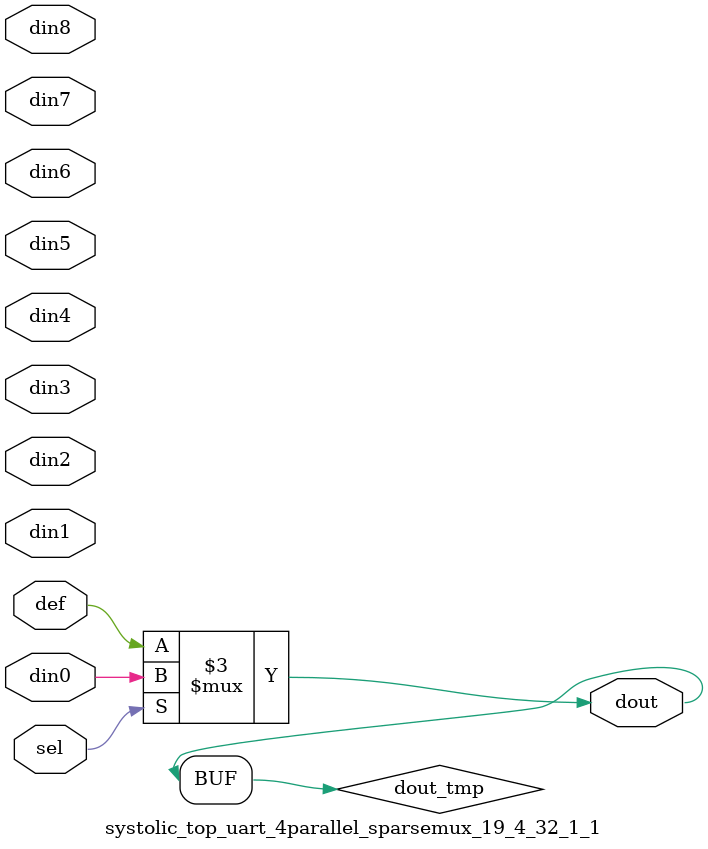
<source format=v>
`timescale 1ns / 1ps

module systolic_top_uart_4parallel_sparsemux_19_4_32_1_1 (din0,din1,din2,din3,din4,din5,din6,din7,din8,def,sel,dout);

parameter din0_WIDTH = 1;

parameter din1_WIDTH = 1;

parameter din2_WIDTH = 1;

parameter din3_WIDTH = 1;

parameter din4_WIDTH = 1;

parameter din5_WIDTH = 1;

parameter din6_WIDTH = 1;

parameter din7_WIDTH = 1;

parameter din8_WIDTH = 1;

parameter def_WIDTH = 1;
parameter sel_WIDTH = 1;
parameter dout_WIDTH = 1;

parameter [sel_WIDTH-1:0] CASE0 = 1;

parameter [sel_WIDTH-1:0] CASE1 = 1;

parameter [sel_WIDTH-1:0] CASE2 = 1;

parameter [sel_WIDTH-1:0] CASE3 = 1;

parameter [sel_WIDTH-1:0] CASE4 = 1;

parameter [sel_WIDTH-1:0] CASE5 = 1;

parameter [sel_WIDTH-1:0] CASE6 = 1;

parameter [sel_WIDTH-1:0] CASE7 = 1;

parameter [sel_WIDTH-1:0] CASE8 = 1;

parameter ID = 1;
parameter NUM_STAGE = 1;



input [din0_WIDTH-1:0] din0;

input [din1_WIDTH-1:0] din1;

input [din2_WIDTH-1:0] din2;

input [din3_WIDTH-1:0] din3;

input [din4_WIDTH-1:0] din4;

input [din5_WIDTH-1:0] din5;

input [din6_WIDTH-1:0] din6;

input [din7_WIDTH-1:0] din7;

input [din8_WIDTH-1:0] din8;

input [def_WIDTH-1:0] def;
input [sel_WIDTH-1:0] sel;

output [dout_WIDTH-1:0] dout;



reg [dout_WIDTH-1:0] dout_tmp;


always @ (*) begin
(* parallel_case *) case (sel)
    
    CASE0 : dout_tmp = din0;
    
    CASE1 : dout_tmp = din1;
    
    CASE2 : dout_tmp = din2;
    
    CASE3 : dout_tmp = din3;
    
    CASE4 : dout_tmp = din4;
    
    CASE5 : dout_tmp = din5;
    
    CASE6 : dout_tmp = din6;
    
    CASE7 : dout_tmp = din7;
    
    CASE8 : dout_tmp = din8;
    
    default : dout_tmp = def;
endcase
end


assign dout = dout_tmp;



endmodule

</source>
